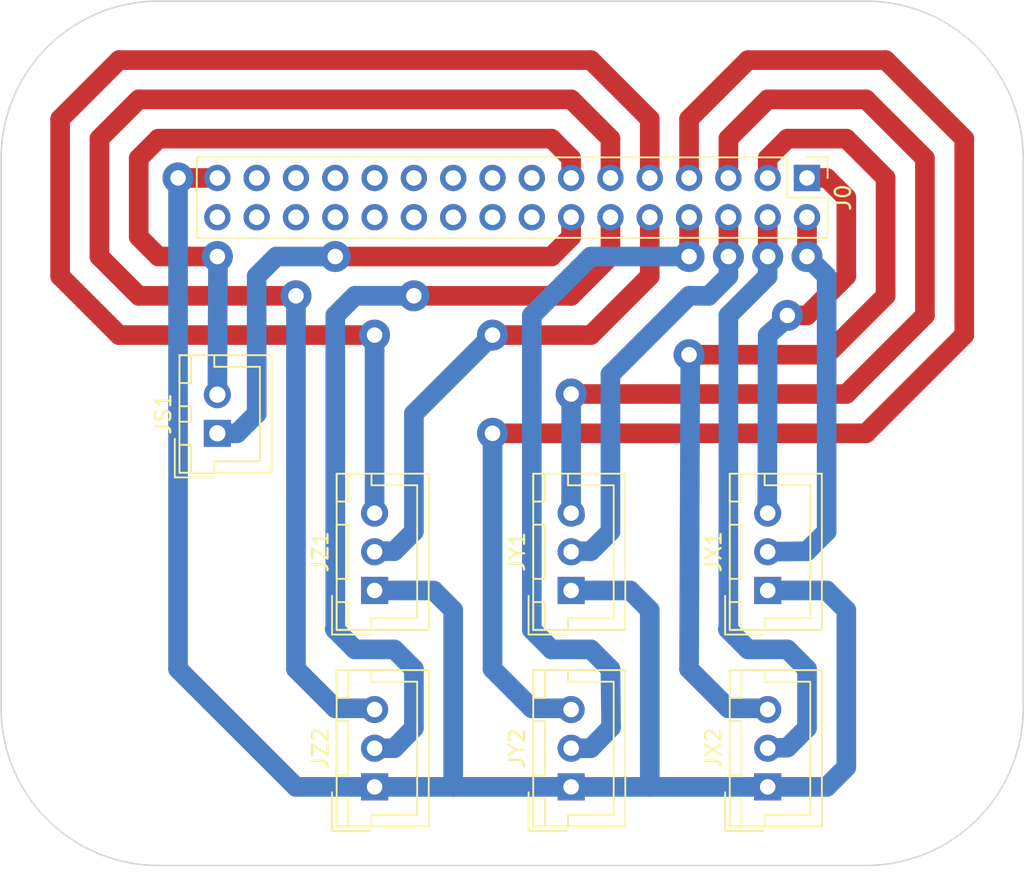
<source format=kicad_pcb>
(kicad_pcb (version 4) (host pcbnew 4.0.6-e0-6349~52~ubuntu16.10.1)

  (general
    (links 20)
    (no_connects 0)
    (area 126.949999 53.289999 193.090001 109.992381)
    (thickness 1.6)
    (drawings 12)
    (tracks 201)
    (zones 0)
    (modules 8)
    (nets 16)
  )

  (page A4)
  (title_block
    (date "jeu. 02 avril 2015")
  )

  (layers
    (0 F.Cu signal)
    (31 B.Cu signal)
    (32 B.Adhes user)
    (33 F.Adhes user)
    (34 B.Paste user)
    (35 F.Paste user)
    (36 B.SilkS user)
    (37 F.SilkS user)
    (38 B.Mask user)
    (39 F.Mask user)
    (40 Dwgs.User user)
    (41 Cmts.User user)
    (42 Eco1.User user)
    (43 Eco2.User user)
    (44 Edge.Cuts user)
    (45 Margin user)
    (46 B.CrtYd user)
    (47 F.CrtYd user)
    (48 B.Fab user)
    (49 F.Fab user)
  )

  (setup
    (last_trace_width 1.27)
    (trace_clearance 0.4)
    (zone_clearance 0.508)
    (zone_45_only yes)
    (trace_min 0.2)
    (segment_width 0.15)
    (edge_width 0.1)
    (via_size 2)
    (via_drill 1)
    (via_min_size 0.4)
    (via_min_drill 0.3)
    (uvia_size 0.3)
    (uvia_drill 0.1)
    (uvias_allowed no)
    (uvia_min_size 0.2)
    (uvia_min_drill 0.1)
    (pcb_text_width 0.3)
    (pcb_text_size 1.5 1.5)
    (mod_edge_width 0.15)
    (mod_text_size 1 1)
    (mod_text_width 0.15)
    (pad_size 1.5 1.5)
    (pad_drill 0.6)
    (pad_to_mask_clearance 0)
    (aux_axis_origin 127 109.22)
    (grid_origin 127 109.22)
    (visible_elements FFFFFFFF)
    (pcbplotparams
      (layerselection 0x030f0_80000001)
      (usegerberextensions false)
      (excludeedgelayer true)
      (linewidth 0.100000)
      (plotframeref false)
      (viasonmask false)
      (mode 1)
      (useauxorigin true)
      (hpglpennumber 1)
      (hpglpenspeed 20)
      (hpglpendiameter 15)
      (hpglpenoverlay 2)
      (psnegative false)
      (psa4output false)
      (plotreference true)
      (plotvalue true)
      (plotinvisibletext false)
      (padsonsilk false)
      (subtractmaskfromsilk false)
      (outputformat 1)
      (mirror false)
      (drillshape 0)
      (scaleselection 1)
      (outputdirectory Gerber/))
  )

  (net 0 "")
  (net 1 "Net-(J0-Pad1)")
  (net 2 "Net-(J0-Pad2)")
  (net 3 "Net-(J0-Pad3)")
  (net 4 "Net-(J0-Pad4)")
  (net 5 "Net-(J0-Pad5)")
  (net 6 "Net-(J0-Pad6)")
  (net 7 "Net-(J0-Pad7)")
  (net 8 "Net-(J0-Pad8)")
  (net 9 "Net-(J0-Pad9)")
  (net 10 "Net-(J0-Pad10)")
  (net 11 "Net-(J0-Pad11)")
  (net 12 "Net-(J0-Pad12)")
  (net 13 "Net-(J0-Pad13)")
  (net 14 "Net-(J0-Pad14)")
  (net 15 "Net-(J0-Pad31)")

  (net_class Default "This is the default net class."
    (clearance 0.4)
    (trace_width 1.27)
    (via_dia 2)
    (via_drill 1)
    (uvia_dia 0.3)
    (uvia_drill 0.1)
    (add_net "Net-(J0-Pad1)")
    (add_net "Net-(J0-Pad10)")
    (add_net "Net-(J0-Pad11)")
    (add_net "Net-(J0-Pad12)")
    (add_net "Net-(J0-Pad13)")
    (add_net "Net-(J0-Pad14)")
    (add_net "Net-(J0-Pad2)")
    (add_net "Net-(J0-Pad3)")
    (add_net "Net-(J0-Pad31)")
    (add_net "Net-(J0-Pad4)")
    (add_net "Net-(J0-Pad5)")
    (add_net "Net-(J0-Pad6)")
    (add_net "Net-(J0-Pad7)")
    (add_net "Net-(J0-Pad8)")
    (add_net "Net-(J0-Pad9)")
  )

  (module Connectors_JST:JST_XH_B03B-XH-A_03x2.50mm_Straight (layer F.Cu) (tedit 58EAE7F0) (tstamp 593F1B45)
    (at 163.83 91.44 90)
    (descr "JST XH series connector, B03B-XH-A, top entry type, through hole")
    (tags "connector jst xh tht top vertical 2.50mm")
    (path /593EFC90)
    (fp_text reference JY1 (at 2.5 -3.5 90) (layer F.SilkS)
      (effects (font (size 1 1) (thickness 0.15)))
    )
    (fp_text value CONN_01X03_FEMALE (at 2.5 4.5 90) (layer F.Fab)
      (effects (font (size 1 1) (thickness 0.15)))
    )
    (fp_line (start -2.45 -2.35) (end -2.45 3.4) (layer F.Fab) (width 0.1))
    (fp_line (start -2.45 3.4) (end 7.45 3.4) (layer F.Fab) (width 0.1))
    (fp_line (start 7.45 3.4) (end 7.45 -2.35) (layer F.Fab) (width 0.1))
    (fp_line (start 7.45 -2.35) (end -2.45 -2.35) (layer F.Fab) (width 0.1))
    (fp_line (start -2.95 -2.85) (end -2.95 3.9) (layer F.CrtYd) (width 0.05))
    (fp_line (start -2.95 3.9) (end 7.95 3.9) (layer F.CrtYd) (width 0.05))
    (fp_line (start 7.95 3.9) (end 7.95 -2.85) (layer F.CrtYd) (width 0.05))
    (fp_line (start 7.95 -2.85) (end -2.95 -2.85) (layer F.CrtYd) (width 0.05))
    (fp_line (start -2.55 -2.45) (end -2.55 3.5) (layer F.SilkS) (width 0.12))
    (fp_line (start -2.55 3.5) (end 7.55 3.5) (layer F.SilkS) (width 0.12))
    (fp_line (start 7.55 3.5) (end 7.55 -2.45) (layer F.SilkS) (width 0.12))
    (fp_line (start 7.55 -2.45) (end -2.55 -2.45) (layer F.SilkS) (width 0.12))
    (fp_line (start 0.75 -2.45) (end 0.75 -1.7) (layer F.SilkS) (width 0.12))
    (fp_line (start 0.75 -1.7) (end 4.25 -1.7) (layer F.SilkS) (width 0.12))
    (fp_line (start 4.25 -1.7) (end 4.25 -2.45) (layer F.SilkS) (width 0.12))
    (fp_line (start 4.25 -2.45) (end 0.75 -2.45) (layer F.SilkS) (width 0.12))
    (fp_line (start -2.55 -2.45) (end -2.55 -1.7) (layer F.SilkS) (width 0.12))
    (fp_line (start -2.55 -1.7) (end -0.75 -1.7) (layer F.SilkS) (width 0.12))
    (fp_line (start -0.75 -1.7) (end -0.75 -2.45) (layer F.SilkS) (width 0.12))
    (fp_line (start -0.75 -2.45) (end -2.55 -2.45) (layer F.SilkS) (width 0.12))
    (fp_line (start 5.75 -2.45) (end 5.75 -1.7) (layer F.SilkS) (width 0.12))
    (fp_line (start 5.75 -1.7) (end 7.55 -1.7) (layer F.SilkS) (width 0.12))
    (fp_line (start 7.55 -1.7) (end 7.55 -2.45) (layer F.SilkS) (width 0.12))
    (fp_line (start 7.55 -2.45) (end 5.75 -2.45) (layer F.SilkS) (width 0.12))
    (fp_line (start -2.55 -0.2) (end -1.8 -0.2) (layer F.SilkS) (width 0.12))
    (fp_line (start -1.8 -0.2) (end -1.8 2.75) (layer F.SilkS) (width 0.12))
    (fp_line (start -1.8 2.75) (end 2.5 2.75) (layer F.SilkS) (width 0.12))
    (fp_line (start 7.55 -0.2) (end 6.8 -0.2) (layer F.SilkS) (width 0.12))
    (fp_line (start 6.8 -0.2) (end 6.8 2.75) (layer F.SilkS) (width 0.12))
    (fp_line (start 6.8 2.75) (end 2.5 2.75) (layer F.SilkS) (width 0.12))
    (fp_line (start -0.35 -2.75) (end -2.85 -2.75) (layer F.SilkS) (width 0.12))
    (fp_line (start -2.85 -2.75) (end -2.85 -0.25) (layer F.SilkS) (width 0.12))
    (fp_line (start -0.35 -2.75) (end -2.85 -2.75) (layer F.Fab) (width 0.1))
    (fp_line (start -2.85 -2.75) (end -2.85 -0.25) (layer F.Fab) (width 0.1))
    (fp_text user %R (at 2.5 2.5 90) (layer F.Fab)
      (effects (font (size 1 1) (thickness 0.15)))
    )
    (pad 1 thru_hole rect (at 0 0 90) (size 1.75 1.75) (drill 1) (layers *.Cu *.Mask)
      (net 15 "Net-(J0-Pad31)"))
    (pad 2 thru_hole circle (at 2.5 0 90) (size 1.75 1.75) (drill 1) (layers *.Cu *.Mask)
      (net 6 "Net-(J0-Pad6)"))
    (pad 3 thru_hole circle (at 5 0 90) (size 1.75 1.75) (drill 1) (layers *.Cu *.Mask)
      (net 5 "Net-(J0-Pad5)"))
    (model Connectors_JST.3dshapes/JST_XH_B03B-XH-A_03x2.50mm_Straight.wrl
      (at (xyz 0 0 0))
      (scale (xyz 1 1 1))
      (rotate (xyz 0 0 0))
    )
  )

  (module Pin_Headers:Pin_Header_Straight_2x16_Pitch2.54mm (layer F.Cu) (tedit 58CD4EC6) (tstamp 593F1B2A)
    (at 179.07 64.77 270)
    (descr "Through hole straight pin header, 2x16, 2.54mm pitch, double rows")
    (tags "Through hole pin header THT 2x16 2.54mm double row")
    (path /593EF82E)
    (fp_text reference J0 (at 1.27 -2.33 270) (layer F.SilkS)
      (effects (font (size 1 1) (thickness 0.15)))
    )
    (fp_text value CONN_02X16 (at 1.27 40.43 270) (layer F.Fab)
      (effects (font (size 1 1) (thickness 0.15)))
    )
    (fp_line (start -1.27 -1.27) (end -1.27 39.37) (layer F.Fab) (width 0.1))
    (fp_line (start -1.27 39.37) (end 3.81 39.37) (layer F.Fab) (width 0.1))
    (fp_line (start 3.81 39.37) (end 3.81 -1.27) (layer F.Fab) (width 0.1))
    (fp_line (start 3.81 -1.27) (end -1.27 -1.27) (layer F.Fab) (width 0.1))
    (fp_line (start -1.33 1.27) (end -1.33 39.43) (layer F.SilkS) (width 0.12))
    (fp_line (start -1.33 39.43) (end 3.87 39.43) (layer F.SilkS) (width 0.12))
    (fp_line (start 3.87 39.43) (end 3.87 -1.33) (layer F.SilkS) (width 0.12))
    (fp_line (start 3.87 -1.33) (end 1.27 -1.33) (layer F.SilkS) (width 0.12))
    (fp_line (start 1.27 -1.33) (end 1.27 1.27) (layer F.SilkS) (width 0.12))
    (fp_line (start 1.27 1.27) (end -1.33 1.27) (layer F.SilkS) (width 0.12))
    (fp_line (start -1.33 0) (end -1.33 -1.33) (layer F.SilkS) (width 0.12))
    (fp_line (start -1.33 -1.33) (end 0 -1.33) (layer F.SilkS) (width 0.12))
    (fp_line (start -1.8 -1.8) (end -1.8 39.9) (layer F.CrtYd) (width 0.05))
    (fp_line (start -1.8 39.9) (end 4.35 39.9) (layer F.CrtYd) (width 0.05))
    (fp_line (start 4.35 39.9) (end 4.35 -1.8) (layer F.CrtYd) (width 0.05))
    (fp_line (start 4.35 -1.8) (end -1.8 -1.8) (layer F.CrtYd) (width 0.05))
    (fp_text user %R (at 1.27 -2.33 270) (layer F.Fab)
      (effects (font (size 1 1) (thickness 0.15)))
    )
    (pad 1 thru_hole rect (at 0 0 270) (size 1.7 1.7) (drill 1) (layers *.Cu *.Mask)
      (net 1 "Net-(J0-Pad1)"))
    (pad 2 thru_hole oval (at 2.54 0 270) (size 1.7 1.7) (drill 1) (layers *.Cu *.Mask)
      (net 2 "Net-(J0-Pad2)"))
    (pad 3 thru_hole oval (at 0 2.54 270) (size 1.7 1.7) (drill 1) (layers *.Cu *.Mask)
      (net 3 "Net-(J0-Pad3)"))
    (pad 4 thru_hole oval (at 2.54 2.54 270) (size 1.7 1.7) (drill 1) (layers *.Cu *.Mask)
      (net 4 "Net-(J0-Pad4)"))
    (pad 5 thru_hole oval (at 0 5.08 270) (size 1.7 1.7) (drill 1) (layers *.Cu *.Mask)
      (net 5 "Net-(J0-Pad5)"))
    (pad 6 thru_hole oval (at 2.54 5.08 270) (size 1.7 1.7) (drill 1) (layers *.Cu *.Mask)
      (net 6 "Net-(J0-Pad6)"))
    (pad 7 thru_hole oval (at 0 7.62 270) (size 1.7 1.7) (drill 1) (layers *.Cu *.Mask)
      (net 7 "Net-(J0-Pad7)"))
    (pad 8 thru_hole oval (at 2.54 7.62 270) (size 1.7 1.7) (drill 1) (layers *.Cu *.Mask)
      (net 8 "Net-(J0-Pad8)"))
    (pad 9 thru_hole oval (at 0 10.16 270) (size 1.7 1.7) (drill 1) (layers *.Cu *.Mask)
      (net 9 "Net-(J0-Pad9)"))
    (pad 10 thru_hole oval (at 2.54 10.16 270) (size 1.7 1.7) (drill 1) (layers *.Cu *.Mask)
      (net 10 "Net-(J0-Pad10)"))
    (pad 11 thru_hole oval (at 0 12.7 270) (size 1.7 1.7) (drill 1) (layers *.Cu *.Mask)
      (net 11 "Net-(J0-Pad11)"))
    (pad 12 thru_hole oval (at 2.54 12.7 270) (size 1.7 1.7) (drill 1) (layers *.Cu *.Mask)
      (net 12 "Net-(J0-Pad12)"))
    (pad 13 thru_hole oval (at 0 15.24 270) (size 1.7 1.7) (drill 1) (layers *.Cu *.Mask)
      (net 13 "Net-(J0-Pad13)"))
    (pad 14 thru_hole oval (at 2.54 15.24 270) (size 1.7 1.7) (drill 1) (layers *.Cu *.Mask)
      (net 14 "Net-(J0-Pad14)"))
    (pad 15 thru_hole oval (at 0 17.78 270) (size 1.7 1.7) (drill 1) (layers *.Cu *.Mask))
    (pad 16 thru_hole oval (at 2.54 17.78 270) (size 1.7 1.7) (drill 1) (layers *.Cu *.Mask))
    (pad 17 thru_hole oval (at 0 20.32 270) (size 1.7 1.7) (drill 1) (layers *.Cu *.Mask))
    (pad 18 thru_hole oval (at 2.54 20.32 270) (size 1.7 1.7) (drill 1) (layers *.Cu *.Mask))
    (pad 19 thru_hole oval (at 0 22.86 270) (size 1.7 1.7) (drill 1) (layers *.Cu *.Mask))
    (pad 20 thru_hole oval (at 2.54 22.86 270) (size 1.7 1.7) (drill 1) (layers *.Cu *.Mask))
    (pad 21 thru_hole oval (at 0 25.4 270) (size 1.7 1.7) (drill 1) (layers *.Cu *.Mask))
    (pad 22 thru_hole oval (at 2.54 25.4 270) (size 1.7 1.7) (drill 1) (layers *.Cu *.Mask))
    (pad 23 thru_hole oval (at 0 27.94 270) (size 1.7 1.7) (drill 1) (layers *.Cu *.Mask))
    (pad 24 thru_hole oval (at 2.54 27.94 270) (size 1.7 1.7) (drill 1) (layers *.Cu *.Mask))
    (pad 25 thru_hole oval (at 0 30.48 270) (size 1.7 1.7) (drill 1) (layers *.Cu *.Mask))
    (pad 26 thru_hole oval (at 2.54 30.48 270) (size 1.7 1.7) (drill 1) (layers *.Cu *.Mask))
    (pad 27 thru_hole oval (at 0 33.02 270) (size 1.7 1.7) (drill 1) (layers *.Cu *.Mask))
    (pad 28 thru_hole oval (at 2.54 33.02 270) (size 1.7 1.7) (drill 1) (layers *.Cu *.Mask))
    (pad 29 thru_hole oval (at 0 35.56 270) (size 1.7 1.7) (drill 1) (layers *.Cu *.Mask))
    (pad 30 thru_hole oval (at 2.54 35.56 270) (size 1.7 1.7) (drill 1) (layers *.Cu *.Mask))
    (pad 31 thru_hole oval (at 0 38.1 270) (size 1.7 1.7) (drill 1) (layers *.Cu *.Mask)
      (net 15 "Net-(J0-Pad31)"))
    (pad 32 thru_hole oval (at 2.54 38.1 270) (size 1.7 1.7) (drill 1) (layers *.Cu *.Mask))
    (model ${KISYS3DMOD}/Pin_Headers.3dshapes/Pin_Header_Straight_2x16_Pitch2.54mm.wrl
      (at (xyz 0.05 -0.75 0))
      (scale (xyz 1 1 1))
      (rotate (xyz 0 0 90))
    )
  )

  (module Connectors_JST:JST_XH_B02B-XH-A_02x2.50mm_Straight (layer F.Cu) (tedit 5957F0CC) (tstamp 593F1B30)
    (at 140.97 81.28 90)
    (descr "JST XH series connector, B02B-XH-A, top entry type, through hole")
    (tags "connector jst xh tht top vertical 2.50mm")
    (path /593EFBD8)
    (fp_text reference JS1 (at 1.25 -3.5 90) (layer F.SilkS)
      (effects (font (size 1 1) (thickness 0.15)))
    )
    (fp_text value CONN_01X02_FEMALE (at 1.25 4.5 180) (layer F.Fab)
      (effects (font (size 1 1) (thickness 0.15)))
    )
    (fp_line (start -2.45 -2.35) (end -2.45 3.4) (layer F.Fab) (width 0.1))
    (fp_line (start -2.45 3.4) (end 4.95 3.4) (layer F.Fab) (width 0.1))
    (fp_line (start 4.95 3.4) (end 4.95 -2.35) (layer F.Fab) (width 0.1))
    (fp_line (start 4.95 -2.35) (end -2.45 -2.35) (layer F.Fab) (width 0.1))
    (fp_line (start -2.95 -2.85) (end -2.95 3.9) (layer F.CrtYd) (width 0.05))
    (fp_line (start -2.95 3.9) (end 5.45 3.9) (layer F.CrtYd) (width 0.05))
    (fp_line (start 5.45 3.9) (end 5.45 -2.85) (layer F.CrtYd) (width 0.05))
    (fp_line (start 5.45 -2.85) (end -2.95 -2.85) (layer F.CrtYd) (width 0.05))
    (fp_line (start -2.55 -2.45) (end -2.55 3.5) (layer F.SilkS) (width 0.12))
    (fp_line (start -2.55 3.5) (end 5.05 3.5) (layer F.SilkS) (width 0.12))
    (fp_line (start 5.05 3.5) (end 5.05 -2.45) (layer F.SilkS) (width 0.12))
    (fp_line (start 5.05 -2.45) (end -2.55 -2.45) (layer F.SilkS) (width 0.12))
    (fp_line (start 0.75 -2.45) (end 0.75 -1.7) (layer F.SilkS) (width 0.12))
    (fp_line (start 0.75 -1.7) (end 1.75 -1.7) (layer F.SilkS) (width 0.12))
    (fp_line (start 1.75 -1.7) (end 1.75 -2.45) (layer F.SilkS) (width 0.12))
    (fp_line (start 1.75 -2.45) (end 0.75 -2.45) (layer F.SilkS) (width 0.12))
    (fp_line (start -2.55 -2.45) (end -2.55 -1.7) (layer F.SilkS) (width 0.12))
    (fp_line (start -2.55 -1.7) (end -0.75 -1.7) (layer F.SilkS) (width 0.12))
    (fp_line (start -0.75 -1.7) (end -0.75 -2.45) (layer F.SilkS) (width 0.12))
    (fp_line (start -0.75 -2.45) (end -2.55 -2.45) (layer F.SilkS) (width 0.12))
    (fp_line (start 3.25 -2.45) (end 3.25 -1.7) (layer F.SilkS) (width 0.12))
    (fp_line (start 3.25 -1.7) (end 5.05 -1.7) (layer F.SilkS) (width 0.12))
    (fp_line (start 5.05 -1.7) (end 5.05 -2.45) (layer F.SilkS) (width 0.12))
    (fp_line (start 5.05 -2.45) (end 3.25 -2.45) (layer F.SilkS) (width 0.12))
    (fp_line (start -2.55 -0.2) (end -1.8 -0.2) (layer F.SilkS) (width 0.12))
    (fp_line (start -1.8 -0.2) (end -1.8 2.75) (layer F.SilkS) (width 0.12))
    (fp_line (start -1.8 2.75) (end 1.25 2.75) (layer F.SilkS) (width 0.12))
    (fp_line (start 5.05 -0.2) (end 4.3 -0.2) (layer F.SilkS) (width 0.12))
    (fp_line (start 4.3 -0.2) (end 4.3 2.75) (layer F.SilkS) (width 0.12))
    (fp_line (start 4.3 2.75) (end 1.25 2.75) (layer F.SilkS) (width 0.12))
    (fp_line (start -0.35 -2.75) (end -2.85 -2.75) (layer F.SilkS) (width 0.12))
    (fp_line (start -2.85 -2.75) (end -2.85 -0.25) (layer F.SilkS) (width 0.12))
    (fp_line (start -0.35 -2.75) (end -2.85 -2.75) (layer F.Fab) (width 0.1))
    (fp_line (start -2.85 -2.75) (end -2.85 -0.25) (layer F.Fab) (width 0.1))
    (fp_text user %R (at 1.25 2.5 90) (layer F.Fab)
      (effects (font (size 1 1) (thickness 0.15)))
    )
    (pad 1 thru_hole rect (at 0 0 90) (size 1.75 1.75) (drill 1.05) (layers *.Cu *.Mask)
      (net 14 "Net-(J0-Pad14)"))
    (pad 2 thru_hole circle (at 2.5 0 90) (size 1.75 1.75) (drill 1.05) (layers *.Cu *.Mask)
      (net 13 "Net-(J0-Pad13)"))
    (model Connectors_JST.3dshapes/JST_XH_B02B-XH-A_02x2.50mm_Straight.wrl
      (at (xyz 0 0 0))
      (scale (xyz 1 1 1))
      (rotate (xyz 0 0 0))
    )
  )

  (module Connectors_JST:JST_XH_B03B-XH-A_03x2.50mm_Straight (layer F.Cu) (tedit 595985E4) (tstamp 593F1B37)
    (at 176.53 91.44 90)
    (descr "JST XH series connector, B03B-XH-A, top entry type, through hole")
    (tags "connector jst xh tht top vertical 2.50mm")
    (path /593EFD18)
    (fp_text reference JX1 (at 2.5 -3.5 90) (layer F.SilkS)
      (effects (font (size 1 1) (thickness 0.15)))
    )
    (fp_text value CONN_01X03_FEMALE (at 2.5 4.5 90) (layer F.Fab)
      (effects (font (size 1 1) (thickness 0.15)))
    )
    (fp_line (start -2.45 -2.35) (end -2.45 3.4) (layer F.Fab) (width 0.1))
    (fp_line (start -2.45 3.4) (end 7.45 3.4) (layer F.Fab) (width 0.1))
    (fp_line (start 7.45 3.4) (end 7.45 -2.35) (layer F.Fab) (width 0.1))
    (fp_line (start 7.45 -2.35) (end -2.45 -2.35) (layer F.Fab) (width 0.1))
    (fp_line (start -2.95 -2.85) (end -2.95 3.9) (layer F.CrtYd) (width 0.05))
    (fp_line (start -2.95 3.9) (end 7.95 3.9) (layer F.CrtYd) (width 0.05))
    (fp_line (start 7.95 3.9) (end 7.95 -2.85) (layer F.CrtYd) (width 0.05))
    (fp_line (start 7.95 -2.85) (end -2.95 -2.85) (layer F.CrtYd) (width 0.05))
    (fp_line (start -2.55 -2.45) (end -2.55 3.5) (layer F.SilkS) (width 0.12))
    (fp_line (start -2.55 3.5) (end 7.55 3.5) (layer F.SilkS) (width 0.12))
    (fp_line (start 7.55 3.5) (end 7.55 -2.45) (layer F.SilkS) (width 0.12))
    (fp_line (start 7.55 -2.45) (end -2.55 -2.45) (layer F.SilkS) (width 0.12))
    (fp_line (start 0.75 -2.45) (end 0.75 -1.7) (layer F.SilkS) (width 0.12))
    (fp_line (start 0.75 -1.7) (end 4.25 -1.7) (layer F.SilkS) (width 0.12))
    (fp_line (start 4.25 -1.7) (end 4.25 -2.45) (layer F.SilkS) (width 0.12))
    (fp_line (start 4.25 -2.45) (end 0.75 -2.45) (layer F.SilkS) (width 0.12))
    (fp_line (start -2.55 -2.45) (end -2.55 -1.7) (layer F.SilkS) (width 0.12))
    (fp_line (start -2.55 -1.7) (end -0.75 -1.7) (layer F.SilkS) (width 0.12))
    (fp_line (start -0.75 -1.7) (end -0.75 -2.45) (layer F.SilkS) (width 0.12))
    (fp_line (start -0.75 -2.45) (end -2.55 -2.45) (layer F.SilkS) (width 0.12))
    (fp_line (start 5.75 -2.45) (end 5.75 -1.7) (layer F.SilkS) (width 0.12))
    (fp_line (start 5.75 -1.7) (end 7.55 -1.7) (layer F.SilkS) (width 0.12))
    (fp_line (start 7.55 -1.7) (end 7.55 -2.45) (layer F.SilkS) (width 0.12))
    (fp_line (start 7.55 -2.45) (end 5.75 -2.45) (layer F.SilkS) (width 0.12))
    (fp_line (start -2.55 -0.2) (end -1.8 -0.2) (layer F.SilkS) (width 0.12))
    (fp_line (start -1.8 -0.2) (end -1.8 2.75) (layer F.SilkS) (width 0.12))
    (fp_line (start -1.8 2.75) (end 2.5 2.75) (layer F.SilkS) (width 0.12))
    (fp_line (start 7.55 -0.2) (end 6.8 -0.2) (layer F.SilkS) (width 0.12))
    (fp_line (start 6.8 -0.2) (end 6.8 2.75) (layer F.SilkS) (width 0.12))
    (fp_line (start 6.8 2.75) (end 2.5 2.75) (layer F.SilkS) (width 0.12))
    (fp_line (start -0.35 -2.75) (end -2.85 -2.75) (layer F.SilkS) (width 0.12))
    (fp_line (start -2.85 -2.75) (end -2.85 -0.25) (layer F.SilkS) (width 0.12))
    (fp_line (start -0.35 -2.75) (end -2.85 -2.75) (layer F.Fab) (width 0.1))
    (fp_line (start -2.85 -2.75) (end -2.85 -0.25) (layer F.Fab) (width 0.1))
    (fp_text user %R (at 2.5 2.5 180) (layer F.Fab)
      (effects (font (size 1 1) (thickness 0.15)))
    )
    (pad 1 thru_hole rect (at 0 0 90) (size 1.75 1.75) (drill 1) (layers *.Cu *.Mask)
      (net 15 "Net-(J0-Pad31)"))
    (pad 2 thru_hole circle (at 2.5 0 90) (size 1.75 1.75) (drill 1) (layers *.Cu *.Mask)
      (net 2 "Net-(J0-Pad2)"))
    (pad 3 thru_hole circle (at 5 0 90) (size 1.75 1.75) (drill 1) (layers *.Cu *.Mask)
      (net 1 "Net-(J0-Pad1)"))
    (model Connectors_JST.3dshapes/JST_XH_B03B-XH-A_03x2.50mm_Straight.wrl
      (at (xyz 0 0 0))
      (scale (xyz 1 1 1))
      (rotate (xyz 0 0 0))
    )
  )

  (module Connectors_JST:JST_XH_B03B-XH-A_03x2.50mm_Straight (layer F.Cu) (tedit 58EAE7F0) (tstamp 593F1B3E)
    (at 176.53 104.14 90)
    (descr "JST XH series connector, B03B-XH-A, top entry type, through hole")
    (tags "connector jst xh tht top vertical 2.50mm")
    (path /593EFCF5)
    (fp_text reference JX2 (at 2.5 -3.5 90) (layer F.SilkS)
      (effects (font (size 1 1) (thickness 0.15)))
    )
    (fp_text value CONN_01X03_FEMALE (at 2.5 4.5 90) (layer F.Fab)
      (effects (font (size 1 1) (thickness 0.15)))
    )
    (fp_line (start -2.45 -2.35) (end -2.45 3.4) (layer F.Fab) (width 0.1))
    (fp_line (start -2.45 3.4) (end 7.45 3.4) (layer F.Fab) (width 0.1))
    (fp_line (start 7.45 3.4) (end 7.45 -2.35) (layer F.Fab) (width 0.1))
    (fp_line (start 7.45 -2.35) (end -2.45 -2.35) (layer F.Fab) (width 0.1))
    (fp_line (start -2.95 -2.85) (end -2.95 3.9) (layer F.CrtYd) (width 0.05))
    (fp_line (start -2.95 3.9) (end 7.95 3.9) (layer F.CrtYd) (width 0.05))
    (fp_line (start 7.95 3.9) (end 7.95 -2.85) (layer F.CrtYd) (width 0.05))
    (fp_line (start 7.95 -2.85) (end -2.95 -2.85) (layer F.CrtYd) (width 0.05))
    (fp_line (start -2.55 -2.45) (end -2.55 3.5) (layer F.SilkS) (width 0.12))
    (fp_line (start -2.55 3.5) (end 7.55 3.5) (layer F.SilkS) (width 0.12))
    (fp_line (start 7.55 3.5) (end 7.55 -2.45) (layer F.SilkS) (width 0.12))
    (fp_line (start 7.55 -2.45) (end -2.55 -2.45) (layer F.SilkS) (width 0.12))
    (fp_line (start 0.75 -2.45) (end 0.75 -1.7) (layer F.SilkS) (width 0.12))
    (fp_line (start 0.75 -1.7) (end 4.25 -1.7) (layer F.SilkS) (width 0.12))
    (fp_line (start 4.25 -1.7) (end 4.25 -2.45) (layer F.SilkS) (width 0.12))
    (fp_line (start 4.25 -2.45) (end 0.75 -2.45) (layer F.SilkS) (width 0.12))
    (fp_line (start -2.55 -2.45) (end -2.55 -1.7) (layer F.SilkS) (width 0.12))
    (fp_line (start -2.55 -1.7) (end -0.75 -1.7) (layer F.SilkS) (width 0.12))
    (fp_line (start -0.75 -1.7) (end -0.75 -2.45) (layer F.SilkS) (width 0.12))
    (fp_line (start -0.75 -2.45) (end -2.55 -2.45) (layer F.SilkS) (width 0.12))
    (fp_line (start 5.75 -2.45) (end 5.75 -1.7) (layer F.SilkS) (width 0.12))
    (fp_line (start 5.75 -1.7) (end 7.55 -1.7) (layer F.SilkS) (width 0.12))
    (fp_line (start 7.55 -1.7) (end 7.55 -2.45) (layer F.SilkS) (width 0.12))
    (fp_line (start 7.55 -2.45) (end 5.75 -2.45) (layer F.SilkS) (width 0.12))
    (fp_line (start -2.55 -0.2) (end -1.8 -0.2) (layer F.SilkS) (width 0.12))
    (fp_line (start -1.8 -0.2) (end -1.8 2.75) (layer F.SilkS) (width 0.12))
    (fp_line (start -1.8 2.75) (end 2.5 2.75) (layer F.SilkS) (width 0.12))
    (fp_line (start 7.55 -0.2) (end 6.8 -0.2) (layer F.SilkS) (width 0.12))
    (fp_line (start 6.8 -0.2) (end 6.8 2.75) (layer F.SilkS) (width 0.12))
    (fp_line (start 6.8 2.75) (end 2.5 2.75) (layer F.SilkS) (width 0.12))
    (fp_line (start -0.35 -2.75) (end -2.85 -2.75) (layer F.SilkS) (width 0.12))
    (fp_line (start -2.85 -2.75) (end -2.85 -0.25) (layer F.SilkS) (width 0.12))
    (fp_line (start -0.35 -2.75) (end -2.85 -2.75) (layer F.Fab) (width 0.1))
    (fp_line (start -2.85 -2.75) (end -2.85 -0.25) (layer F.Fab) (width 0.1))
    (fp_text user %R (at 2.5 2.5 90) (layer F.Fab)
      (effects (font (size 1 1) (thickness 0.15)))
    )
    (pad 1 thru_hole rect (at 0 0 90) (size 1.75 1.75) (drill 1) (layers *.Cu *.Mask)
      (net 15 "Net-(J0-Pad31)"))
    (pad 2 thru_hole circle (at 2.5 0 90) (size 1.75 1.75) (drill 1) (layers *.Cu *.Mask)
      (net 4 "Net-(J0-Pad4)"))
    (pad 3 thru_hole circle (at 5 0 90) (size 1.75 1.75) (drill 1) (layers *.Cu *.Mask)
      (net 3 "Net-(J0-Pad3)"))
    (model Connectors_JST.3dshapes/JST_XH_B03B-XH-A_03x2.50mm_Straight.wrl
      (at (xyz 0 0 0))
      (scale (xyz 1 1 1))
      (rotate (xyz 0 0 0))
    )
  )

  (module Connectors_JST:JST_XH_B03B-XH-A_03x2.50mm_Straight (layer F.Cu) (tedit 58EAE7F0) (tstamp 593F1B4C)
    (at 163.83 104.14 90)
    (descr "JST XH series connector, B03B-XH-A, top entry type, through hole")
    (tags "connector jst xh tht top vertical 2.50mm")
    (path /593EFA99)
    (fp_text reference JY2 (at 2.5 -3.5 90) (layer F.SilkS)
      (effects (font (size 1 1) (thickness 0.15)))
    )
    (fp_text value CONN_01X03_FEMALE (at 2.5 4.5 90) (layer F.Fab)
      (effects (font (size 1 1) (thickness 0.15)))
    )
    (fp_line (start -2.45 -2.35) (end -2.45 3.4) (layer F.Fab) (width 0.1))
    (fp_line (start -2.45 3.4) (end 7.45 3.4) (layer F.Fab) (width 0.1))
    (fp_line (start 7.45 3.4) (end 7.45 -2.35) (layer F.Fab) (width 0.1))
    (fp_line (start 7.45 -2.35) (end -2.45 -2.35) (layer F.Fab) (width 0.1))
    (fp_line (start -2.95 -2.85) (end -2.95 3.9) (layer F.CrtYd) (width 0.05))
    (fp_line (start -2.95 3.9) (end 7.95 3.9) (layer F.CrtYd) (width 0.05))
    (fp_line (start 7.95 3.9) (end 7.95 -2.85) (layer F.CrtYd) (width 0.05))
    (fp_line (start 7.95 -2.85) (end -2.95 -2.85) (layer F.CrtYd) (width 0.05))
    (fp_line (start -2.55 -2.45) (end -2.55 3.5) (layer F.SilkS) (width 0.12))
    (fp_line (start -2.55 3.5) (end 7.55 3.5) (layer F.SilkS) (width 0.12))
    (fp_line (start 7.55 3.5) (end 7.55 -2.45) (layer F.SilkS) (width 0.12))
    (fp_line (start 7.55 -2.45) (end -2.55 -2.45) (layer F.SilkS) (width 0.12))
    (fp_line (start 0.75 -2.45) (end 0.75 -1.7) (layer F.SilkS) (width 0.12))
    (fp_line (start 0.75 -1.7) (end 4.25 -1.7) (layer F.SilkS) (width 0.12))
    (fp_line (start 4.25 -1.7) (end 4.25 -2.45) (layer F.SilkS) (width 0.12))
    (fp_line (start 4.25 -2.45) (end 0.75 -2.45) (layer F.SilkS) (width 0.12))
    (fp_line (start -2.55 -2.45) (end -2.55 -1.7) (layer F.SilkS) (width 0.12))
    (fp_line (start -2.55 -1.7) (end -0.75 -1.7) (layer F.SilkS) (width 0.12))
    (fp_line (start -0.75 -1.7) (end -0.75 -2.45) (layer F.SilkS) (width 0.12))
    (fp_line (start -0.75 -2.45) (end -2.55 -2.45) (layer F.SilkS) (width 0.12))
    (fp_line (start 5.75 -2.45) (end 5.75 -1.7) (layer F.SilkS) (width 0.12))
    (fp_line (start 5.75 -1.7) (end 7.55 -1.7) (layer F.SilkS) (width 0.12))
    (fp_line (start 7.55 -1.7) (end 7.55 -2.45) (layer F.SilkS) (width 0.12))
    (fp_line (start 7.55 -2.45) (end 5.75 -2.45) (layer F.SilkS) (width 0.12))
    (fp_line (start -2.55 -0.2) (end -1.8 -0.2) (layer F.SilkS) (width 0.12))
    (fp_line (start -1.8 -0.2) (end -1.8 2.75) (layer F.SilkS) (width 0.12))
    (fp_line (start -1.8 2.75) (end 2.5 2.75) (layer F.SilkS) (width 0.12))
    (fp_line (start 7.55 -0.2) (end 6.8 -0.2) (layer F.SilkS) (width 0.12))
    (fp_line (start 6.8 -0.2) (end 6.8 2.75) (layer F.SilkS) (width 0.12))
    (fp_line (start 6.8 2.75) (end 2.5 2.75) (layer F.SilkS) (width 0.12))
    (fp_line (start -0.35 -2.75) (end -2.85 -2.75) (layer F.SilkS) (width 0.12))
    (fp_line (start -2.85 -2.75) (end -2.85 -0.25) (layer F.SilkS) (width 0.12))
    (fp_line (start -0.35 -2.75) (end -2.85 -2.75) (layer F.Fab) (width 0.1))
    (fp_line (start -2.85 -2.75) (end -2.85 -0.25) (layer F.Fab) (width 0.1))
    (fp_text user %R (at 2.5 2.5 90) (layer F.Fab)
      (effects (font (size 1 1) (thickness 0.15)))
    )
    (pad 1 thru_hole rect (at 0 0 90) (size 1.75 1.75) (drill 1) (layers *.Cu *.Mask)
      (net 15 "Net-(J0-Pad31)"))
    (pad 2 thru_hole circle (at 2.5 0 90) (size 1.75 1.75) (drill 1) (layers *.Cu *.Mask)
      (net 8 "Net-(J0-Pad8)"))
    (pad 3 thru_hole circle (at 5 0 90) (size 1.75 1.75) (drill 1) (layers *.Cu *.Mask)
      (net 7 "Net-(J0-Pad7)"))
    (model Connectors_JST.3dshapes/JST_XH_B03B-XH-A_03x2.50mm_Straight.wrl
      (at (xyz 0 0 0))
      (scale (xyz 1 1 1))
      (rotate (xyz 0 0 0))
    )
  )

  (module Connectors_JST:JST_XH_B03B-XH-A_03x2.50mm_Straight (layer F.Cu) (tedit 58EAE7F0) (tstamp 593F1B53)
    (at 151.13 91.44 90)
    (descr "JST XH series connector, B03B-XH-A, top entry type, through hole")
    (tags "connector jst xh tht top vertical 2.50mm")
    (path /593EFB72)
    (fp_text reference JZ1 (at 2.5 -3.5 90) (layer F.SilkS)
      (effects (font (size 1 1) (thickness 0.15)))
    )
    (fp_text value CONN_01X03_FEMALE (at 2.5 4.5 90) (layer F.Fab)
      (effects (font (size 1 1) (thickness 0.15)))
    )
    (fp_line (start -2.45 -2.35) (end -2.45 3.4) (layer F.Fab) (width 0.1))
    (fp_line (start -2.45 3.4) (end 7.45 3.4) (layer F.Fab) (width 0.1))
    (fp_line (start 7.45 3.4) (end 7.45 -2.35) (layer F.Fab) (width 0.1))
    (fp_line (start 7.45 -2.35) (end -2.45 -2.35) (layer F.Fab) (width 0.1))
    (fp_line (start -2.95 -2.85) (end -2.95 3.9) (layer F.CrtYd) (width 0.05))
    (fp_line (start -2.95 3.9) (end 7.95 3.9) (layer F.CrtYd) (width 0.05))
    (fp_line (start 7.95 3.9) (end 7.95 -2.85) (layer F.CrtYd) (width 0.05))
    (fp_line (start 7.95 -2.85) (end -2.95 -2.85) (layer F.CrtYd) (width 0.05))
    (fp_line (start -2.55 -2.45) (end -2.55 3.5) (layer F.SilkS) (width 0.12))
    (fp_line (start -2.55 3.5) (end 7.55 3.5) (layer F.SilkS) (width 0.12))
    (fp_line (start 7.55 3.5) (end 7.55 -2.45) (layer F.SilkS) (width 0.12))
    (fp_line (start 7.55 -2.45) (end -2.55 -2.45) (layer F.SilkS) (width 0.12))
    (fp_line (start 0.75 -2.45) (end 0.75 -1.7) (layer F.SilkS) (width 0.12))
    (fp_line (start 0.75 -1.7) (end 4.25 -1.7) (layer F.SilkS) (width 0.12))
    (fp_line (start 4.25 -1.7) (end 4.25 -2.45) (layer F.SilkS) (width 0.12))
    (fp_line (start 4.25 -2.45) (end 0.75 -2.45) (layer F.SilkS) (width 0.12))
    (fp_line (start -2.55 -2.45) (end -2.55 -1.7) (layer F.SilkS) (width 0.12))
    (fp_line (start -2.55 -1.7) (end -0.75 -1.7) (layer F.SilkS) (width 0.12))
    (fp_line (start -0.75 -1.7) (end -0.75 -2.45) (layer F.SilkS) (width 0.12))
    (fp_line (start -0.75 -2.45) (end -2.55 -2.45) (layer F.SilkS) (width 0.12))
    (fp_line (start 5.75 -2.45) (end 5.75 -1.7) (layer F.SilkS) (width 0.12))
    (fp_line (start 5.75 -1.7) (end 7.55 -1.7) (layer F.SilkS) (width 0.12))
    (fp_line (start 7.55 -1.7) (end 7.55 -2.45) (layer F.SilkS) (width 0.12))
    (fp_line (start 7.55 -2.45) (end 5.75 -2.45) (layer F.SilkS) (width 0.12))
    (fp_line (start -2.55 -0.2) (end -1.8 -0.2) (layer F.SilkS) (width 0.12))
    (fp_line (start -1.8 -0.2) (end -1.8 2.75) (layer F.SilkS) (width 0.12))
    (fp_line (start -1.8 2.75) (end 2.5 2.75) (layer F.SilkS) (width 0.12))
    (fp_line (start 7.55 -0.2) (end 6.8 -0.2) (layer F.SilkS) (width 0.12))
    (fp_line (start 6.8 -0.2) (end 6.8 2.75) (layer F.SilkS) (width 0.12))
    (fp_line (start 6.8 2.75) (end 2.5 2.75) (layer F.SilkS) (width 0.12))
    (fp_line (start -0.35 -2.75) (end -2.85 -2.75) (layer F.SilkS) (width 0.12))
    (fp_line (start -2.85 -2.75) (end -2.85 -0.25) (layer F.SilkS) (width 0.12))
    (fp_line (start -0.35 -2.75) (end -2.85 -2.75) (layer F.Fab) (width 0.1))
    (fp_line (start -2.85 -2.75) (end -2.85 -0.25) (layer F.Fab) (width 0.1))
    (fp_text user %R (at 2.5 2.5 90) (layer F.Fab)
      (effects (font (size 1 1) (thickness 0.15)))
    )
    (pad 1 thru_hole rect (at 0 0 90) (size 1.75 1.75) (drill 1) (layers *.Cu *.Mask)
      (net 15 "Net-(J0-Pad31)"))
    (pad 2 thru_hole circle (at 2.5 0 90) (size 1.75 1.75) (drill 1) (layers *.Cu *.Mask)
      (net 10 "Net-(J0-Pad10)"))
    (pad 3 thru_hole circle (at 5 0 90) (size 1.75 1.75) (drill 1) (layers *.Cu *.Mask)
      (net 9 "Net-(J0-Pad9)"))
    (model Connectors_JST.3dshapes/JST_XH_B03B-XH-A_03x2.50mm_Straight.wrl
      (at (xyz 0 0 0))
      (scale (xyz 1 1 1))
      (rotate (xyz 0 0 0))
    )
  )

  (module Connectors_JST:JST_XH_B03B-XH-A_03x2.50mm_Straight (layer F.Cu) (tedit 58EAE7F0) (tstamp 593F1B5A)
    (at 151.13 104.14 90)
    (descr "JST XH series connector, B03B-XH-A, top entry type, through hole")
    (tags "connector jst xh tht top vertical 2.50mm")
    (path /593EFB9D)
    (fp_text reference JZ2 (at 2.5 -3.5 90) (layer F.SilkS)
      (effects (font (size 1 1) (thickness 0.15)))
    )
    (fp_text value CONN_01X03_FEMALE (at 2.5 4.5 90) (layer F.Fab)
      (effects (font (size 1 1) (thickness 0.15)))
    )
    (fp_line (start -2.45 -2.35) (end -2.45 3.4) (layer F.Fab) (width 0.1))
    (fp_line (start -2.45 3.4) (end 7.45 3.4) (layer F.Fab) (width 0.1))
    (fp_line (start 7.45 3.4) (end 7.45 -2.35) (layer F.Fab) (width 0.1))
    (fp_line (start 7.45 -2.35) (end -2.45 -2.35) (layer F.Fab) (width 0.1))
    (fp_line (start -2.95 -2.85) (end -2.95 3.9) (layer F.CrtYd) (width 0.05))
    (fp_line (start -2.95 3.9) (end 7.95 3.9) (layer F.CrtYd) (width 0.05))
    (fp_line (start 7.95 3.9) (end 7.95 -2.85) (layer F.CrtYd) (width 0.05))
    (fp_line (start 7.95 -2.85) (end -2.95 -2.85) (layer F.CrtYd) (width 0.05))
    (fp_line (start -2.55 -2.45) (end -2.55 3.5) (layer F.SilkS) (width 0.12))
    (fp_line (start -2.55 3.5) (end 7.55 3.5) (layer F.SilkS) (width 0.12))
    (fp_line (start 7.55 3.5) (end 7.55 -2.45) (layer F.SilkS) (width 0.12))
    (fp_line (start 7.55 -2.45) (end -2.55 -2.45) (layer F.SilkS) (width 0.12))
    (fp_line (start 0.75 -2.45) (end 0.75 -1.7) (layer F.SilkS) (width 0.12))
    (fp_line (start 0.75 -1.7) (end 4.25 -1.7) (layer F.SilkS) (width 0.12))
    (fp_line (start 4.25 -1.7) (end 4.25 -2.45) (layer F.SilkS) (width 0.12))
    (fp_line (start 4.25 -2.45) (end 0.75 -2.45) (layer F.SilkS) (width 0.12))
    (fp_line (start -2.55 -2.45) (end -2.55 -1.7) (layer F.SilkS) (width 0.12))
    (fp_line (start -2.55 -1.7) (end -0.75 -1.7) (layer F.SilkS) (width 0.12))
    (fp_line (start -0.75 -1.7) (end -0.75 -2.45) (layer F.SilkS) (width 0.12))
    (fp_line (start -0.75 -2.45) (end -2.55 -2.45) (layer F.SilkS) (width 0.12))
    (fp_line (start 5.75 -2.45) (end 5.75 -1.7) (layer F.SilkS) (width 0.12))
    (fp_line (start 5.75 -1.7) (end 7.55 -1.7) (layer F.SilkS) (width 0.12))
    (fp_line (start 7.55 -1.7) (end 7.55 -2.45) (layer F.SilkS) (width 0.12))
    (fp_line (start 7.55 -2.45) (end 5.75 -2.45) (layer F.SilkS) (width 0.12))
    (fp_line (start -2.55 -0.2) (end -1.8 -0.2) (layer F.SilkS) (width 0.12))
    (fp_line (start -1.8 -0.2) (end -1.8 2.75) (layer F.SilkS) (width 0.12))
    (fp_line (start -1.8 2.75) (end 2.5 2.75) (layer F.SilkS) (width 0.12))
    (fp_line (start 7.55 -0.2) (end 6.8 -0.2) (layer F.SilkS) (width 0.12))
    (fp_line (start 6.8 -0.2) (end 6.8 2.75) (layer F.SilkS) (width 0.12))
    (fp_line (start 6.8 2.75) (end 2.5 2.75) (layer F.SilkS) (width 0.12))
    (fp_line (start -0.35 -2.75) (end -2.85 -2.75) (layer F.SilkS) (width 0.12))
    (fp_line (start -2.85 -2.75) (end -2.85 -0.25) (layer F.SilkS) (width 0.12))
    (fp_line (start -0.35 -2.75) (end -2.85 -2.75) (layer F.Fab) (width 0.1))
    (fp_line (start -2.85 -2.75) (end -2.85 -0.25) (layer F.Fab) (width 0.1))
    (fp_text user %R (at 2.5 2.5 90) (layer F.Fab)
      (effects (font (size 1 1) (thickness 0.15)))
    )
    (pad 1 thru_hole rect (at 0 0 90) (size 1.75 1.75) (drill 1) (layers *.Cu *.Mask)
      (net 15 "Net-(J0-Pad31)"))
    (pad 2 thru_hole circle (at 2.5 0 90) (size 1.75 1.75) (drill 1) (layers *.Cu *.Mask)
      (net 12 "Net-(J0-Pad12)"))
    (pad 3 thru_hole circle (at 5 0 90) (size 1.75 1.75) (drill 1) (layers *.Cu *.Mask)
      (net 11 "Net-(J0-Pad11)"))
    (model Connectors_JST.3dshapes/JST_XH_B03B-XH-A_03x2.50mm_Straight.wrl
      (at (xyz 0 0 0))
      (scale (xyz 1 1 1))
      (rotate (xyz 0 0 0))
    )
  )

  (gr_line (start 127 109.22) (end 127 53.34) (angle 90) (layer Margin) (width 0.15))
  (gr_line (start 193.04 109.22) (end 127 109.22) (angle 90) (layer Margin) (width 0.15))
  (gr_line (start 193.04 53.34) (end 193.04 109.22) (angle 90) (layer Margin) (width 0.15))
  (gr_line (start 127 53.34) (end 193.04 53.34) (angle 90) (layer Margin) (width 0.15))
  (gr_line (start 182.88 109.22) (end 137.16 109.22) (angle 90) (layer Edge.Cuts) (width 0.1))
  (gr_line (start 137.16 53.34) (end 182.88 53.34) (angle 90) (layer Edge.Cuts) (width 0.1))
  (gr_line (start 127 99.06) (end 127 63.5) (angle 90) (layer Edge.Cuts) (width 0.1))
  (gr_line (start 193.04 63.5) (end 193.04 99.06) (angle 90) (layer Edge.Cuts) (width 0.1))
  (gr_arc (start 137.16 99.06) (end 137.16 109.22) (angle 90) (layer Edge.Cuts) (width 0.1))
  (gr_arc (start 182.88 99.06) (end 193.04 99.06) (angle 90) (layer Edge.Cuts) (width 0.1))
  (gr_arc (start 182.88 63.5) (end 182.88 53.34) (angle 90) (layer Edge.Cuts) (width 0.1))
  (gr_arc (start 137.16 63.5) (end 127 63.5) (angle 90) (layer Edge.Cuts) (width 0.1))

  (segment (start 176.61 86.36) (end 176.500743 86.359831) (width 1.27) (layer B.Cu) (net 1) (status 30))
  (segment (start 176.500743 86.359831) (end 176.53 74.93) (width 1.27) (layer B.Cu) (net 1) (status 10))
  (segment (start 176.53 74.93) (end 177.88 73.74) (width 1.27) (layer B.Cu) (net 1) (tstamp 595ACD47) (status 10))
  (segment (start 176.61 86.36) (end 176.53 86.44) (width 1.27) (layer B.Cu) (net 1) (tstamp 59598B08) (status 30))
  (via (at 177.8 73.66) (size 2) (drill 1) (layers F.Cu B.Cu) (net 1))
  (segment (start 181.61 66.04) (end 181.61 71.12) (width 1.27) (layer F.Cu) (net 1) (tstamp 5959865F))
  (segment (start 181.61 71.12) (end 179.07 73.66) (width 1.27) (layer F.Cu) (net 1) (tstamp 595BF8D7))
  (segment (start 179.07 73.66) (end 177.8 73.66) (width 1.27) (layer F.Cu) (net 1) (tstamp 595ACFF2))
  (segment (start 177.8 73.66) (end 177.8 73.66) (width 1.27) (layer F.Cu) (net 1) (tstamp 595ACFDF))
  (segment (start 179.07 64.77) (end 180.34 64.77) (width 1.27) (layer F.Cu) (net 1) (tstamp 5959865E))
  (segment (start 180.34 64.77) (end 181.61 66.04) (width 1.27) (layer F.Cu) (net 1) (tstamp 595BFA57))
  (segment (start 177.8 73.66) (end 177.88 73.74) (width 1.27) (layer B.Cu) (net 1) (tstamp 59598662))
  (segment (start 177.88 73.74) (end 177.8 73.66) (width 1.27) (layer B.Cu) (net 1) (tstamp 595982C4))
  (segment (start 176.53 88.94) (end 179.07 88.9) (width 1.27) (layer B.Cu) (net 2) (status 10))
  (segment (start 179.07 88.9) (end 180.34 87.63) (width 1.27) (layer B.Cu) (net 2) (tstamp 595BFB27) (status 10))
  (segment (start 180.34 87.63) (end 180.34 87.63) (width 1.27) (layer B.Cu) (net 2))
  (segment (start 176.53 88.94) (end 176.49 88.98) (width 1.27) (layer B.Cu) (net 2) (tstamp 595989CA) (status 30))
  (segment (start 180.34 87.63) (end 180.34 71.12) (width 1.27) (layer B.Cu) (net 2))
  (segment (start 180.34 71.12) (end 179.07 69.85) (width 1.27) (layer B.Cu) (net 2) (tstamp 5959860C))
  (via (at 179.07 69.85) (size 2) (drill 1) (layers F.Cu B.Cu) (net 2))
  (segment (start 179.07 69.85) (end 179.07 67.31) (width 1.27) (layer F.Cu) (net 2))
  (segment (start 180.34 87.63) (end 180.3 87.59) (width 1.27) (layer B.Cu) (net 2) (tstamp 595982C1))
  (segment (start 181.61 62.23) (end 184.15 64.77) (width 1.27) (layer F.Cu) (net 3) (tstamp 59598671))
  (segment (start 176.45001 99.06001) (end 173.99 99.06) (width 1.27) (layer B.Cu) (net 3) (status 10))
  (segment (start 173.99 99.06) (end 171.45 96.52) (width 1.27) (layer B.Cu) (net 3) (tstamp 595BF76E) (status 10))
  (segment (start 171.45 96.52) (end 171.53 76.28) (width 1.27) (layer B.Cu) (net 3))
  (segment (start 176.45001 99.06001) (end 176.53 99.14) (width 1.27) (layer B.Cu) (net 3) (tstamp 59598AED) (status 30))
  (segment (start 176.53 64.77) (end 176.53 63.5) (width 1.27) (layer F.Cu) (net 3))
  (segment (start 176.53 63.5) (end 177.8 62.23) (width 1.27) (layer F.Cu) (net 3) (tstamp 595BFA22))
  (via (at 171.45 76.2) (size 2) (drill 1) (layers F.Cu B.Cu) (net 3))
  (segment (start 171.45 76.2) (end 171.45 76.2) (width 1.27) (layer F.Cu) (net 3) (tstamp 59598673))
  (segment (start 180.34 76.2) (end 171.45 76.2) (width 1.27) (layer F.Cu) (net 3) (tstamp 59598672))
  (segment (start 184.15 64.77) (end 184.15 72.39) (width 1.27) (layer F.Cu) (net 3) (tstamp 595BFA17))
  (segment (start 184.15 72.39) (end 180.34 76.2) (width 1.27) (layer F.Cu) (net 3) (tstamp 595BF9B2))
  (segment (start 177.8 62.23) (end 181.61 62.23) (width 1.27) (layer F.Cu) (net 3) (tstamp 59598670))
  (segment (start 171.45 76.2) (end 171.53 76.28) (width 1.27) (layer B.Cu) (net 3) (tstamp 59598676))
  (segment (start 171.53 76.28) (end 171.45 76.2) (width 1.27) (layer B.Cu) (net 3) (tstamp 595982CA))
  (segment (start 179.07 96.52) (end 179.07 100.33) (width 1.27) (layer B.Cu) (net 4))
  (segment (start 179.03 100.37) (end 177.8 101.6) (width 1.27) (layer B.Cu) (net 4) (tstamp 59598AE4) (status 20))
  (segment (start 177.8 101.6) (end 176.53 101.64) (width 1.27) (layer B.Cu) (net 4) (tstamp 595BFEA3) (status 20))
  (segment (start 179.07 100.33) (end 179.03 100.37) (width 1.27) (layer B.Cu) (net 4) (tstamp 59598AE3))
  (segment (start 173.99 93.98) (end 175.26 95.25) (width 1.27) (layer B.Cu) (net 4))
  (segment (start 175.26 95.25) (end 177.8 95.25) (width 1.27) (layer B.Cu) (net 4) (tstamp 595C000C))
  (segment (start 177.8 95.25) (end 179.07 96.52) (width 1.27) (layer B.Cu) (net 4) (tstamp 595BFC82))
  (segment (start 179.07 96.52) (end 179.03 96.56) (width 1.27) (layer B.Cu) (net 4) (tstamp 595989CD))
  (segment (start 173.99 93.98) (end 173.99 73.66) (width 1.27) (layer B.Cu) (net 4))
  (segment (start 176.53 69.85) (end 176.53 67.31) (width 1.27) (layer F.Cu) (net 4))
  (via (at 176.53 69.85) (size 2) (drill 1) (layers F.Cu B.Cu) (net 4))
  (segment (start 176.53 71.12) (end 176.53 69.85) (width 1.27) (layer B.Cu) (net 4) (tstamp 59598614))
  (segment (start 173.99 73.66) (end 176.53 71.12) (width 1.27) (layer B.Cu) (net 4) (tstamp 59598612))
  (segment (start 173.99 93.98) (end 173.99 93.98) (width 1.27) (layer B.Cu) (net 4))
  (segment (start 173.99 93.98) (end 173.95 93.94) (width 1.27) (layer B.Cu) (net 4) (tstamp 595982C7))
  (segment (start 163.83 78.74) (end 163.83 86.36) (width 1.27) (layer B.Cu) (net 5) (status 20))
  (segment (start 163.83 86.36) (end 164.084 86.614) (width 1.27) (layer B.Cu) (net 5) (tstamp 59598CCD) (status 30))
  (segment (start 173.99 64.77) (end 173.99 62.23) (width 1.27) (layer F.Cu) (net 5))
  (segment (start 173.99 62.23) (end 176.53 59.69) (width 1.27) (layer F.Cu) (net 5) (tstamp 595BFA35))
  (segment (start 176.53 59.69) (end 182.88 59.69) (width 1.27) (layer F.Cu) (net 5) (tstamp 595986D3))
  (segment (start 182.88 59.69) (end 186.69 63.5) (width 1.27) (layer F.Cu) (net 5) (tstamp 595986D4))
  (segment (start 186.69 63.5) (end 186.69 73.66) (width 1.27) (layer F.Cu) (net 5) (tstamp 595BFA2D))
  (segment (start 186.69 73.66) (end 181.61 78.74) (width 1.27) (layer F.Cu) (net 5) (tstamp 595BF9BA))
  (segment (start 181.61 78.74) (end 163.83 78.74) (width 1.27) (layer F.Cu) (net 5) (tstamp 595986D5))
  (via (at 163.83 78.74) (size 2) (drill 1) (layers F.Cu B.Cu) (net 5))
  (segment (start 163.83 78.74) (end 163.91 78.82) (width 1.27) (layer B.Cu) (net 5) (tstamp 595986D8))
  (segment (start 166.37 77.47) (end 166.37 77.47) (width 1.27) (layer B.Cu) (net 6))
  (segment (start 166.37 77.47) (end 166.37 77.47) (width 1.27) (layer B.Cu) (net 6) (tstamp 595ACB80))
  (segment (start 166.37 77.47) (end 166.37 77.47) (width 1.27) (layer B.Cu) (net 6) (tstamp 595ACB99))
  (segment (start 166.37 77.47) (end 171.45 72.39) (width 1.27) (layer B.Cu) (net 6) (tstamp 595ACDDB))
  (segment (start 171.45 72.39) (end 172.72 72.39) (width 1.27) (layer B.Cu) (net 6) (tstamp 595BFA02))
  (segment (start 172.72 72.39) (end 173.99 71.12) (width 1.27) (layer B.Cu) (net 6) (tstamp 595BF8ED))
  (segment (start 173.99 71.12) (end 173.99 69.85) (width 1.27) (layer B.Cu) (net 6) (tstamp 595AD639))
  (segment (start 173.99 69.85) (end 173.99 70.470458) (width 1.27) (layer B.Cu) (net 6) (tstamp 595AD08A))
  (segment (start 173.99 70.470458) (end 174.03 69.89) (width 1.27) (layer B.Cu) (net 6) (tstamp 595ACBA2))
  (segment (start 173.99 69.85) (end 173.99 67.31) (width 1.27) (layer F.Cu) (net 6))
  (via (at 173.99 69.85) (size 2) (drill 1) (layers F.Cu B.Cu) (net 6))
  (segment (start 174.03 69.89) (end 173.99 69.85) (width 1.27) (layer B.Cu) (net 6) (tstamp 5959861D))
  (segment (start 166.37 77.47) (end 166.37 87.63) (width 1.27) (layer B.Cu) (net 6) (tstamp 5959861B) (status 20))
  (segment (start 166.37 87.63) (end 165.1 88.9) (width 1.27) (layer B.Cu) (net 6) (tstamp 595BFD13) (status 20))
  (segment (start 165.1 88.9) (end 163.83 88.9) (width 1.27) (layer B.Cu) (net 6) (tstamp 595ACB8B) (status 20))
  (segment (start 163.83 88.9) (end 163.79 88.86) (width 1.27) (layer B.Cu) (net 6) (tstamp 595982CD) (status 30))
  (segment (start 161.29 99.06) (end 158.75 96.52) (width 1.27) (layer B.Cu) (net 7))
  (segment (start 163.75 99.06) (end 161.29 99.06) (width 1.27) (layer B.Cu) (net 7) (status 10))
  (segment (start 158.75 96.52) (end 158.75 81.28) (width 1.27) (layer B.Cu) (net 7) (tstamp 595BFDA1))
  (segment (start 163.75 99.06) (end 163.83 99.14) (width 1.27) (layer B.Cu) (net 7) (tstamp 59598E98) (status 30))
  (segment (start 171.45 64.77) (end 171.45 60.96) (width 1.27) (layer F.Cu) (net 7))
  (via (at 158.75 81.28) (size 2) (drill 1) (layers F.Cu B.Cu) (net 7))
  (segment (start 182.88 81.28) (end 158.75 81.28) (width 1.27) (layer F.Cu) (net 7) (tstamp 595986DF))
  (segment (start 189.23 74.93) (end 182.88 81.28) (width 1.27) (layer F.Cu) (net 7) (tstamp 595BF9C2))
  (segment (start 189.23 62.23) (end 189.23 74.93) (width 1.27) (layer F.Cu) (net 7) (tstamp 595BFA47))
  (segment (start 184.15 57.15) (end 189.23 62.23) (width 1.27) (layer F.Cu) (net 7) (tstamp 595986DE))
  (segment (start 175.26 57.15) (end 184.15 57.15) (width 1.27) (layer F.Cu) (net 7) (tstamp 595986DD))
  (segment (start 171.45 60.96) (end 175.26 57.15) (width 1.27) (layer F.Cu) (net 7) (tstamp 595BFA40))
  (segment (start 158.75 81.28) (end 158.83 81.36) (width 1.27) (layer B.Cu) (net 7) (tstamp 595986E2))
  (segment (start 171.45 67.31) (end 171.45 69.85) (width 1.27) (layer F.Cu) (net 8))
  (segment (start 161.29 93.98) (end 162.56 95.25) (width 1.27) (layer B.Cu) (net 8))
  (segment (start 162.56 95.25) (end 165.1 95.25) (width 1.27) (layer B.Cu) (net 8) (tstamp 595BFCC8))
  (segment (start 161.29 73.66) (end 161.29 93.98) (width 1.27) (layer B.Cu) (net 8) (tstamp 595BF835))
  (segment (start 166.37 100.33) (end 165.1 101.64) (width 1.27) (layer B.Cu) (net 8) (tstamp 59598E95) (status 20))
  (segment (start 165.1 101.64) (end 163.83 101.64) (width 1.27) (layer B.Cu) (net 8) (tstamp 595BFD1F) (status 20))
  (segment (start 166.41 100.29) (end 166.37 100.33) (width 1.27) (layer B.Cu) (net 8) (tstamp 59598E94))
  (segment (start 165.1 95.25) (end 166.37 96.52) (width 1.27) (layer B.Cu) (net 8) (tstamp 59598E93))
  (segment (start 166.37 96.52) (end 166.41 100.29) (width 1.27) (layer B.Cu) (net 8) (tstamp 595BFC8D))
  (segment (start 171.45 69.85) (end 171.45 69.85) (width 1.27) (layer F.Cu) (net 8))
  (segment (start 171.45 69.85) (end 171.45 69.85) (width 1.27) (layer F.Cu) (net 8) (tstamp 595AD27C))
  (via (at 171.45 69.85) (size 2) (drill 1) (layers F.Cu B.Cu) (net 8))
  (segment (start 161.29 73.66) (end 165.1 69.85) (width 1.27) (layer B.Cu) (net 8) (tstamp 59598641))
  (segment (start 165.1 69.85) (end 171.45 69.85) (width 1.27) (layer B.Cu) (net 8) (tstamp 595BF816))
  (segment (start 151.13 86.44) (end 151.13 74.93) (width 1.27) (layer B.Cu) (net 9))
  (segment (start 168.91 64.77) (end 168.91 60.96) (width 1.27) (layer F.Cu) (net 9))
  (segment (start 151.13 74.93) (end 151.21 75.01) (width 1.27) (layer B.Cu) (net 9) (tstamp 59598711))
  (via (at 151.13 74.93) (size 2) (drill 1) (layers F.Cu B.Cu) (net 9))
  (segment (start 130.81 71.12) (end 134.62 74.93) (width 1.27) (layer F.Cu) (net 9) (tstamp 5959870E))
  (segment (start 134.62 74.93) (end 151.13 74.93) (width 1.27) (layer F.Cu) (net 9) (tstamp 595BF959))
  (segment (start 130.81 60.96) (end 130.81 71.12) (width 1.27) (layer F.Cu) (net 9) (tstamp 5959870D))
  (segment (start 168.91 60.96) (end 165.1 57.15) (width 1.27) (layer F.Cu) (net 9) (tstamp 5959870C))
  (segment (start 165.1 57.15) (end 134.62 57.15) (width 1.27) (layer F.Cu) (net 9) (tstamp 595BF9A5))
  (segment (start 134.62 57.15) (end 130.81 60.96) (width 1.27) (layer F.Cu) (net 9) (tstamp 595BF944))
  (segment (start 151.13 86.36) (end 151.05 86.28) (width 1.27) (layer B.Cu) (net 9) (tstamp 595985F7) (status 30))
  (segment (start 153.67 87.63) (end 153.67 80.01) (width 1.27) (layer B.Cu) (net 10))
  (segment (start 152.4 88.9) (end 153.67 87.63) (width 1.27) (layer B.Cu) (net 10))
  (segment (start 151.17 88.9) (end 152.4 88.9) (width 1.27) (layer B.Cu) (net 10) (status 10))
  (segment (start 153.67 80.01) (end 158.75 74.93) (width 1.27) (layer B.Cu) (net 10) (tstamp 595C0586))
  (segment (start 168.91 67.31) (end 168.91 67.31) (width 1.27) (layer F.Cu) (net 10) (tstamp 595AD0E0))
  (segment (start 168.91 71.12) (end 168.91 67.31) (width 1.27) (layer F.Cu) (net 10) (tstamp 595AD0F0))
  (via (at 158.75 74.93) (size 2) (drill 1) (layers F.Cu B.Cu) (net 10))
  (segment (start 165.1 74.93) (end 168.91 71.12) (width 1.27) (layer F.Cu) (net 10) (tstamp 595AD314))
  (segment (start 158.75 74.93) (end 165.1 74.93) (width 1.27) (layer F.Cu) (net 10))
  (segment (start 158.75 74.93) (end 158.75 74.93) (width 1.27) (layer B.Cu) (net 10) (tstamp 5959863A))
  (segment (start 151.17 88.9) (end 151.13 88.94) (width 1.27) (layer B.Cu) (net 10) (tstamp 5959902E) (status 30))
  (segment (start 148.59 99.06) (end 146.05 96.52) (width 1.27) (layer B.Cu) (net 11))
  (segment (start 151.13 99.06) (end 148.59 99.06) (width 1.27) (layer B.Cu) (net 11) (status 10))
  (segment (start 146.05 96.52) (end 146.05 72.39) (width 1.27) (layer B.Cu) (net 11) (tstamp 595BFD78))
  (segment (start 166.37 64.77) (end 166.37 62.23) (width 1.27) (layer F.Cu) (net 11))
  (segment (start 135.89 59.69) (end 133.35 62.23) (width 1.27) (layer F.Cu) (net 11) (tstamp 595BF93C))
  (segment (start 163.83 59.69) (end 135.89 59.69) (width 1.27) (layer F.Cu) (net 11) (tstamp 595BF99D))
  (segment (start 166.37 62.23) (end 163.83 59.69) (width 1.27) (layer F.Cu) (net 11) (tstamp 59598702))
  (segment (start 133.35 62.23) (end 133.35 69.85) (width 1.27) (layer F.Cu) (net 11) (tstamp 59598703))
  (segment (start 135.89 72.39) (end 146.05 72.39) (width 1.27) (layer F.Cu) (net 11) (tstamp 595BF796))
  (segment (start 133.35 69.85) (end 135.89 72.39) (width 1.27) (layer F.Cu) (net 11) (tstamp 59598704))
  (via (at 146.05 72.39) (size 2) (drill 1) (layers F.Cu B.Cu) (net 11))
  (segment (start 146.05 72.39) (end 146.13 72.47) (width 1.27) (layer B.Cu) (net 11) (tstamp 59598707))
  (segment (start 163.83 72.39) (end 166.37 69.85) (width 1.27) (layer F.Cu) (net 12))
  (segment (start 166.37 69.85) (end 166.37 67.31) (width 1.27) (layer F.Cu) (net 12) (tstamp 595AD231))
  (segment (start 163.83 72.39) (end 163.83 72.39) (width 1.27) (layer F.Cu) (net 12))
  (via (at 153.67 72.39) (size 2) (drill 1) (layers F.Cu B.Cu) (net 12))
  (segment (start 153.67 72.39) (end 163.83 72.39) (width 1.27) (layer F.Cu) (net 12))
  (segment (start 152.4 95.25) (end 153.67 96.52) (width 1.27) (layer B.Cu) (net 12))
  (segment (start 153.67 96.52) (end 153.67 100.33) (width 1.27) (layer B.Cu) (net 12) (tstamp 595BFD33))
  (segment (start 148.59 93.98) (end 149.86 95.25) (width 1.27) (layer B.Cu) (net 12))
  (segment (start 149.86 95.25) (end 152.4 95.25) (width 1.27) (layer B.Cu) (net 12) (tstamp 595BFCBF))
  (segment (start 153.63 100.37) (end 152.4 101.64) (width 1.27) (layer B.Cu) (net 12) (tstamp 5959903B) (status 20))
  (segment (start 152.4 101.64) (end 151.13 101.64) (width 1.27) (layer B.Cu) (net 12) (tstamp 595BFD2A) (status 20))
  (segment (start 153.67 100.33) (end 153.63 100.37) (width 1.27) (layer B.Cu) (net 12) (tstamp 5959903A))
  (segment (start 148.59 93.98) (end 148.59 93.9) (width 1.27) (layer B.Cu) (net 12))
  (segment (start 153.67 72.39) (end 153.67 72.39) (width 1.27) (layer B.Cu) (net 12) (tstamp 59598633))
  (segment (start 148.59 73.66) (end 149.86 72.39) (width 1.27) (layer B.Cu) (net 12) (tstamp 59598631))
  (segment (start 149.86 72.39) (end 153.67 72.39) (width 1.27) (layer B.Cu) (net 12) (tstamp 595BF73F))
  (segment (start 148.59 93.9) (end 148.59 73.66) (width 1.27) (layer B.Cu) (net 12) (tstamp 59598630))
  (segment (start 148.59 93.98) (end 148.55 93.94) (width 1.27) (layer B.Cu) (net 12) (tstamp 595985FD))
  (segment (start 163.83 64.77) (end 163.83 63.5) (width 1.27) (layer F.Cu) (net 13))
  (segment (start 163.83 63.5) (end 162.56 62.23) (width 1.27) (layer F.Cu) (net 13) (tstamp 595BF990))
  (segment (start 141.01 69.89) (end 140.97 78.74) (width 1.27) (layer B.Cu) (net 13) (tstamp 595986FB) (status 20))
  (segment (start 140.97 69.85) (end 141.01 69.89) (width 1.27) (layer B.Cu) (net 13) (tstamp 595986FA))
  (via (at 140.97 69.85) (size 2) (drill 1) (layers F.Cu B.Cu) (net 13))
  (segment (start 135.89 68.58) (end 137.16 69.85) (width 1.27) (layer F.Cu) (net 13) (tstamp 595986F7))
  (segment (start 137.16 69.85) (end 140.97 69.85) (width 1.27) (layer F.Cu) (net 13) (tstamp 595BF78C))
  (segment (start 135.89 63.5) (end 135.89 68.58) (width 1.27) (layer F.Cu) (net 13) (tstamp 595986F6))
  (segment (start 162.56 62.23) (end 137.16 62.23) (width 1.27) (layer F.Cu) (net 13) (tstamp 595986F5))
  (segment (start 137.16 62.23) (end 135.89 63.5) (width 1.27) (layer F.Cu) (net 13) (tstamp 595BF783))
  (segment (start 162.56 62.23) (end 162.56 62.23) (width 1.27) (layer F.Cu) (net 13) (tstamp 595986F4))
  (segment (start 140.97 78.74) (end 140.93 78.7) (width 1.27) (layer B.Cu) (net 13) (tstamp 59598603) (status 30))
  (segment (start 163.83 67.31) (end 163.83 68.58) (width 1.27) (layer F.Cu) (net 14))
  (segment (start 163.83 68.58) (end 163.83 68.58) (width 1.27) (layer F.Cu) (net 14) (tstamp 595AD3B0))
  (segment (start 163.83 68.58) (end 162.56 69.85) (width 1.27) (layer F.Cu) (net 14) (tstamp 595AD3A2))
  (segment (start 162.56 69.85) (end 148.59 69.85) (width 1.27) (layer F.Cu) (net 14) (tstamp 595AD3F2))
  (segment (start 143.51 80.01) (end 143.51 71.12) (width 1.27) (layer B.Cu) (net 14) (tstamp 59598629))
  (segment (start 143.51 71.12) (end 144.78 69.85) (width 1.27) (layer B.Cu) (net 14) (tstamp 5959862A))
  (segment (start 144.78 69.85) (end 148.59 69.85) (width 1.27) (layer B.Cu) (net 14) (tstamp 595BF750))
  (via (at 148.59 69.85) (size 2) (drill 1) (layers F.Cu B.Cu) (net 14))
  (segment (start 143.51 80.01) (end 143.51 80.01) (width 1.27) (layer B.Cu) (net 14))
  (segment (start 143.51 80.01) (end 142.24 81.28) (width 1.27) (layer B.Cu) (net 14) (status 20))
  (segment (start 142.24 81.28) (end 140.97 81.28) (width 1.27) (layer B.Cu) (net 14) (tstamp 595BFE97) (status 20))
  (segment (start 163.83 104.14) (end 156.21 104.14) (width 1.27) (layer B.Cu) (net 15) (status 10))
  (segment (start 176.53 104.14) (end 168.91 104.14) (width 1.27) (layer B.Cu) (net 15) (status 10))
  (segment (start 163.83 104.14) (end 168.91 104.14) (width 1.27) (layer B.Cu) (net 15) (status 10))
  (segment (start 181.61 102.87) (end 180.34 104.14) (width 1.27) (layer B.Cu) (net 15) (status 20))
  (segment (start 180.34 104.14) (end 176.53 104.14) (width 1.27) (layer B.Cu) (net 15) (tstamp 595BF711) (status 20))
  (segment (start 156.21 104.14) (end 151.13 104.14) (width 1.27) (layer B.Cu) (net 15) (status 20))
  (segment (start 151.13 91.44) (end 154.94 91.44) (width 1.27) (layer B.Cu) (net 15) (status 10))
  (segment (start 154.94 91.44) (end 156.21 92.71) (width 1.27) (layer B.Cu) (net 15) (tstamp 59599031))
  (segment (start 156.21 92.71) (end 156.21 104.14) (width 1.27) (layer B.Cu) (net 15) (tstamp 595BFCA7))
  (segment (start 138.43 64.77) (end 138.43 96.52) (width 1.27) (layer B.Cu) (net 15) (tstamp 595986F0))
  (via (at 138.43 64.77) (size 2) (drill 1) (layers F.Cu B.Cu) (net 15))
  (segment (start 140.97 64.77) (end 138.43 64.77) (width 1.27) (layer F.Cu) (net 15))
  (segment (start 151.13 104.14) (end 146.05 104.14) (width 1.27) (layer B.Cu) (net 15) (tstamp 59598EAB) (status 10))
  (segment (start 146.05 104.14) (end 138.43 96.52) (width 1.27) (layer B.Cu) (net 15) (tstamp 595AD6F4) (status 10))
  (segment (start 163.83 91.44) (end 167.64 91.44) (width 1.27) (layer B.Cu) (net 15) (status 10))
  (segment (start 167.64 91.44) (end 168.91 92.71) (width 1.27) (layer B.Cu) (net 15) (tstamp 59598EA4))
  (segment (start 168.91 92.71) (end 168.91 104.14) (width 1.27) (layer B.Cu) (net 15) (tstamp 595BFC9A))
  (segment (start 176.53 91.44) (end 180.34 91.44) (width 1.27) (layer B.Cu) (net 15) (status 10))
  (segment (start 180.34 91.44) (end 181.61 92.71) (width 1.27) (layer B.Cu) (net 15) (tstamp 59598AF0))
  (segment (start 181.61 92.71) (end 181.61 102.87) (width 1.27) (layer B.Cu) (net 15) (tstamp 595BFB31))

)

</source>
